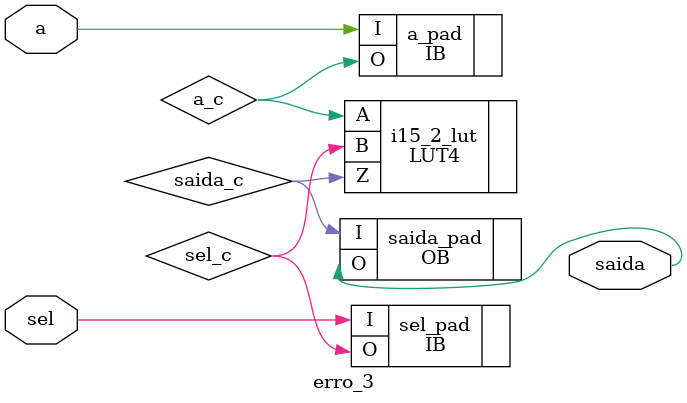
<source format=v>

module erro_3 (a, sel, saida);   // d:/rtl_fpga/vhdl/erros_2/erro_3.vhd(4[8:14])
    input a;   // d:/rtl_fpga/vhdl/erros_2/erro_3.vhd(7[3:4])
    input sel;   // d:/rtl_fpga/vhdl/erros_2/erro_3.vhd(7[5:8])
    output saida;   // d:/rtl_fpga/vhdl/erros_2/erro_3.vhd(8[4:9])
    
    
    wire a_c, sel_c, saida_c, GND_net, VCC_net;
    
    VLO i20 (.Z(GND_net));
    OB saida_pad (.I(saida_c), .O(saida));   // d:/rtl_fpga/vhdl/erros_2/erro_3.vhd(8[4:9])
    IB a_pad (.I(a), .O(a_c));   // d:/rtl_fpga/vhdl/erros_2/erro_3.vhd(7[3:4])
    IB sel_pad (.I(sel), .O(sel_c));   // d:/rtl_fpga/vhdl/erros_2/erro_3.vhd(7[5:8])
    GSR GSR_INST (.GSR(VCC_net));
    PUR PUR_INST (.PUR(VCC_net));
    defparam PUR_INST.RST_PULSE = 1;
    LUT4 i15_2_lut (.A(a_c), .B(sel_c), .Z(saida_c)) /* synthesis lut_function=(A+(B)) */ ;   // d:/rtl_fpga/vhdl/erros_2/erro_3.vhd(18[2] 22[9])
    defparam i15_2_lut.init = 16'heeee;
    VHI i21 (.Z(VCC_net));
    
endmodule
//
// Verilog Description of module PUR
// module not written out since it is a black-box. 
//


</source>
